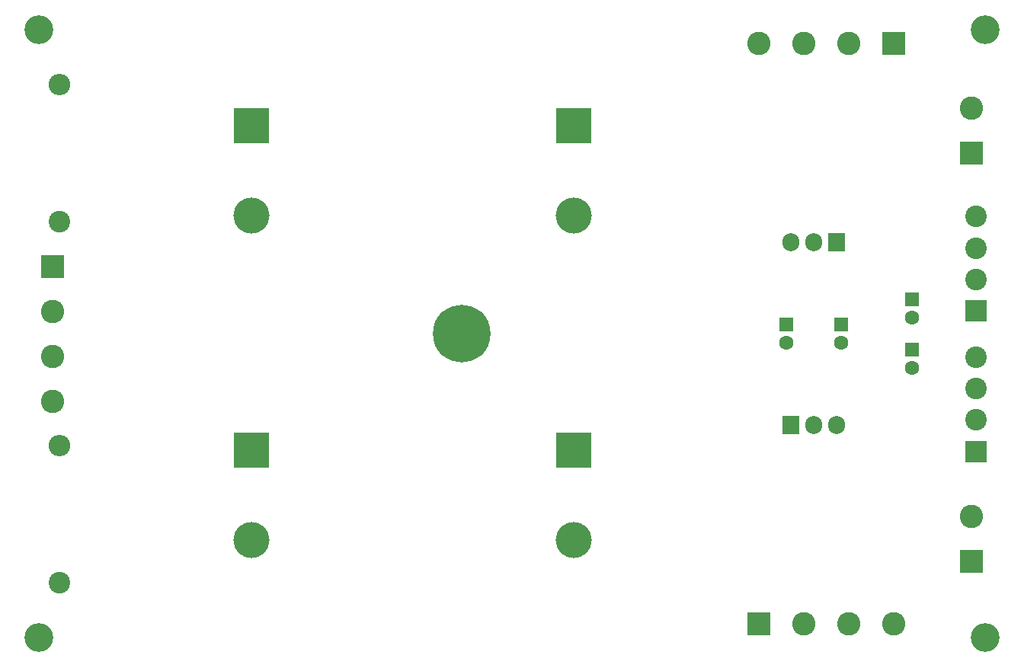
<source format=gbr>
G04 #@! TF.GenerationSoftware,KiCad,Pcbnew,5.1.9*
G04 #@! TF.CreationDate,2021-04-19T04:03:33-04:00*
G04 #@! TF.ProjectId,lm3886_psu_4ch,6c6d3338-3836-45f7-9073-755f3463682e,rev?*
G04 #@! TF.SameCoordinates,Original*
G04 #@! TF.FileFunction,Soldermask,Top*
G04 #@! TF.FilePolarity,Negative*
%FSLAX46Y46*%
G04 Gerber Fmt 4.6, Leading zero omitted, Abs format (unit mm)*
G04 Created by KiCad (PCBNEW 5.1.9) date 2021-04-19 04:03:33*
%MOMM*%
%LPD*%
G01*
G04 APERTURE LIST*
%ADD10C,0.800000*%
%ADD11C,6.400000*%
%ADD12C,3.200000*%
%ADD13C,2.600000*%
%ADD14R,2.600000X2.600000*%
%ADD15C,2.400000*%
%ADD16R,2.400000X2.400000*%
%ADD17C,4.000000*%
%ADD18R,4.000000X4.000000*%
%ADD19C,1.600000*%
%ADD20R,1.600000X1.600000*%
%ADD21O,2.400000X2.400000*%
%ADD22O,1.905000X2.000000*%
%ADD23R,1.905000X2.000000*%
G04 APERTURE END LIST*
D10*
X130983056Y-88726944D03*
X129286000Y-88024000D03*
X127588944Y-88726944D03*
X126886000Y-90424000D03*
X127588944Y-92121056D03*
X129286000Y-92824000D03*
X130983056Y-92121056D03*
X131686000Y-90424000D03*
D11*
X129286000Y-90424000D03*
D12*
X82296000Y-56642000D03*
X82296000Y-124206000D03*
X187452000Y-124206000D03*
X187452000Y-56642000D03*
D13*
X185928000Y-110697000D03*
D14*
X185928000Y-115697000D03*
D13*
X185928000Y-65358000D03*
D14*
X185928000Y-70358000D03*
D13*
X177306000Y-122682000D03*
X172306000Y-122682000D03*
X167306000Y-122682000D03*
D14*
X162306000Y-122682000D03*
D13*
X162292000Y-58166000D03*
X167292000Y-58166000D03*
X172292000Y-58166000D03*
D14*
X177292000Y-58166000D03*
D15*
X186436000Y-93005000D03*
X186436000Y-96505000D03*
X186436000Y-100005000D03*
D16*
X186436000Y-103505000D03*
D15*
X186436000Y-77384000D03*
X186436000Y-80884000D03*
X186436000Y-84384000D03*
D16*
X186436000Y-87884000D03*
D13*
X83820000Y-97931000D03*
X83820000Y-92931000D03*
X83820000Y-87931000D03*
D14*
X83820000Y-82931000D03*
D17*
X141732000Y-113378000D03*
D18*
X141732000Y-103378000D03*
D17*
X141732000Y-77310000D03*
D18*
X141732000Y-67310000D03*
D19*
X179324000Y-94202000D03*
D20*
X179324000Y-92202000D03*
D19*
X179324000Y-88614000D03*
D20*
X179324000Y-86614000D03*
D19*
X165354000Y-91408000D03*
D20*
X165354000Y-89408000D03*
D19*
X171450000Y-91408000D03*
D20*
X171450000Y-89408000D03*
D21*
X84582000Y-102870000D03*
D15*
X84582000Y-118110000D03*
D21*
X84582000Y-62738000D03*
D15*
X84582000Y-77978000D03*
D22*
X170942000Y-100584000D03*
X168402000Y-100584000D03*
D23*
X165862000Y-100584000D03*
D22*
X165862000Y-80264000D03*
X168402000Y-80264000D03*
D23*
X170942000Y-80264000D03*
D17*
X105918000Y-113378000D03*
D18*
X105918000Y-103378000D03*
D17*
X105918000Y-77310000D03*
D18*
X105918000Y-67310000D03*
M02*

</source>
